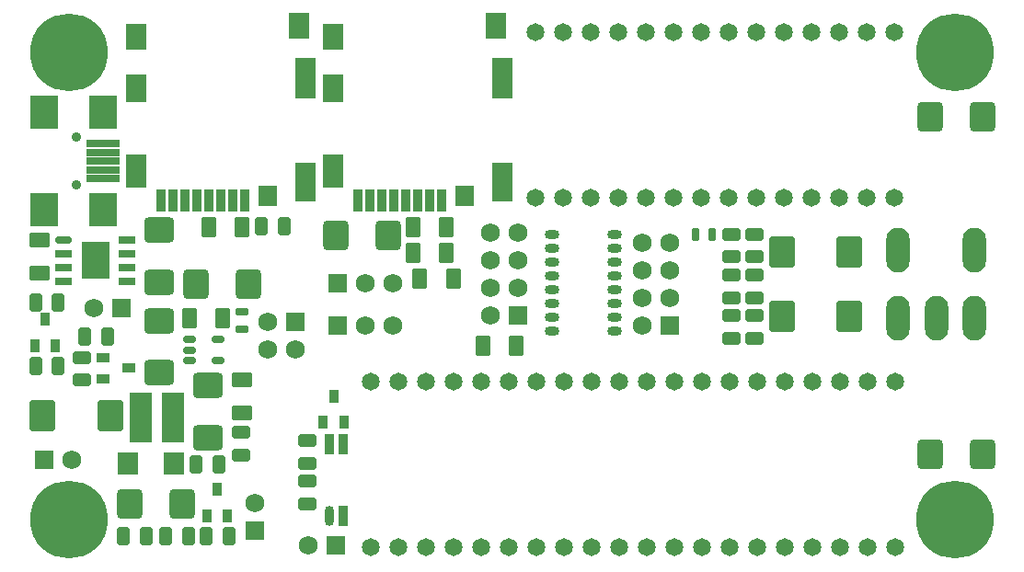
<source format=gts>
G04 Layer_Color=8388736*
%FSLAX44Y44*%
%MOMM*%
G71*
G01*
G75*
%ADD64C,0.9000*%
G04:AMPARAMS|DCode=94|XSize=1.15mm|YSize=1.65mm|CornerRadius=0.2mm|HoleSize=0mm|Usage=FLASHONLY|Rotation=180.000|XOffset=0mm|YOffset=0mm|HoleType=Round|Shape=RoundedRectangle|*
%AMROUNDEDRECTD94*
21,1,1.1500,1.2500,0,0,180.0*
21,1,0.7500,1.6500,0,0,180.0*
1,1,0.4000,-0.3750,0.6250*
1,1,0.4000,0.3750,0.6250*
1,1,0.4000,0.3750,-0.6250*
1,1,0.4000,-0.3750,-0.6250*
%
%ADD94ROUNDEDRECTD94*%
%ADD95R,0.8500X1.1500*%
G04:AMPARAMS|DCode=96|XSize=2.35mm|YSize=2.75mm|CornerRadius=0.405mm|HoleSize=0mm|Usage=FLASHONLY|Rotation=270.000|XOffset=0mm|YOffset=0mm|HoleType=Round|Shape=RoundedRectangle|*
%AMROUNDEDRECTD96*
21,1,2.3500,1.9400,0,0,270.0*
21,1,1.5400,2.7500,0,0,270.0*
1,1,0.8100,-0.9700,-0.7700*
1,1,0.8100,-0.9700,0.7700*
1,1,0.8100,0.9700,0.7700*
1,1,0.8100,0.9700,-0.7700*
%
%ADD96ROUNDEDRECTD96*%
G04:AMPARAMS|DCode=97|XSize=1.35mm|YSize=1.85mm|CornerRadius=0.195mm|HoleSize=0mm|Usage=FLASHONLY|Rotation=180.000|XOffset=0mm|YOffset=0mm|HoleType=Round|Shape=RoundedRectangle|*
%AMROUNDEDRECTD97*
21,1,1.3500,1.4600,0,0,180.0*
21,1,0.9600,1.8500,0,0,180.0*
1,1,0.3900,-0.4800,0.7300*
1,1,0.3900,0.4800,0.7300*
1,1,0.3900,0.4800,-0.7300*
1,1,0.3900,-0.4800,-0.7300*
%
%ADD97ROUNDEDRECTD97*%
%ADD98O,1.2500X0.7500*%
%ADD99R,1.5500X0.7500*%
%ADD100O,1.5500X0.7500*%
%ADD101R,2.5600X3.4500*%
G04:AMPARAMS|DCode=102|XSize=1.35mm|YSize=1.85mm|CornerRadius=0.195mm|HoleSize=0mm|Usage=FLASHONLY|Rotation=90.000|XOffset=0mm|YOffset=0mm|HoleType=Round|Shape=RoundedRectangle|*
%AMROUNDEDRECTD102*
21,1,1.3500,1.4600,0,0,90.0*
21,1,0.9600,1.8500,0,0,90.0*
1,1,0.3900,0.7300,0.4800*
1,1,0.3900,0.7300,-0.4800*
1,1,0.3900,-0.7300,-0.4800*
1,1,0.3900,-0.7300,0.4800*
%
%ADD102ROUNDEDRECTD102*%
%ADD103R,1.1500X0.8500*%
%ADD104R,1.9500X2.1500*%
%ADD105R,2.1500X4.6500*%
G04:AMPARAMS|DCode=106|XSize=1.15mm|YSize=1.65mm|CornerRadius=0.2mm|HoleSize=0mm|Usage=FLASHONLY|Rotation=270.000|XOffset=0mm|YOffset=0mm|HoleType=Round|Shape=RoundedRectangle|*
%AMROUNDEDRECTD106*
21,1,1.1500,1.2500,0,0,270.0*
21,1,0.7500,1.6500,0,0,270.0*
1,1,0.4000,-0.6250,-0.3750*
1,1,0.4000,-0.6250,0.3750*
1,1,0.4000,0.6250,0.3750*
1,1,0.4000,0.6250,-0.3750*
%
%ADD106ROUNDEDRECTD106*%
G04:AMPARAMS|DCode=107|XSize=2.45mm|YSize=2.95mm|CornerRadius=0.42mm|HoleSize=0mm|Usage=FLASHONLY|Rotation=180.000|XOffset=0mm|YOffset=0mm|HoleType=Round|Shape=RoundedRectangle|*
%AMROUNDEDRECTD107*
21,1,2.4500,2.1100,0,0,180.0*
21,1,1.6100,2.9500,0,0,180.0*
1,1,0.8400,-0.8050,1.0550*
1,1,0.8400,0.8050,1.0550*
1,1,0.8400,0.8050,-1.0550*
1,1,0.8400,-0.8050,-1.0550*
%
%ADD107ROUNDEDRECTD107*%
G04:AMPARAMS|DCode=108|XSize=0.75mm|YSize=1.15mm|CornerRadius=0.18mm|HoleSize=0mm|Usage=FLASHONLY|Rotation=90.000|XOffset=0mm|YOffset=0mm|HoleType=Round|Shape=RoundedRectangle|*
%AMROUNDEDRECTD108*
21,1,0.7500,0.7900,0,0,90.0*
21,1,0.3900,1.1500,0,0,90.0*
1,1,0.3600,0.3950,0.1950*
1,1,0.3600,0.3950,-0.1950*
1,1,0.3600,-0.3950,-0.1950*
1,1,0.3600,-0.3950,0.1950*
%
%ADD108ROUNDEDRECTD108*%
G04:AMPARAMS|DCode=109|XSize=2.35mm|YSize=2.75mm|CornerRadius=0.405mm|HoleSize=0mm|Usage=FLASHONLY|Rotation=180.000|XOffset=0mm|YOffset=0mm|HoleType=Round|Shape=RoundedRectangle|*
%AMROUNDEDRECTD109*
21,1,2.3500,1.9400,0,0,180.0*
21,1,1.5400,2.7500,0,0,180.0*
1,1,0.8100,-0.7700,0.9700*
1,1,0.8100,0.7700,0.9700*
1,1,0.8100,0.7700,-0.9700*
1,1,0.8100,-0.7700,-0.9700*
%
%ADD109ROUNDEDRECTD109*%
%ADD110O,0.8500X1.8500*%
%ADD111R,0.8500X1.8500*%
%ADD112O,1.3500X0.8500*%
%ADD113R,1.8500X2.3500*%
%ADD114R,1.8500X3.7500*%
%ADD115R,1.8500X2.6500*%
%ADD116R,1.8500X3.1500*%
%ADD117R,1.8500X3.5500*%
%ADD118R,1.7500X1.9500*%
%ADD119R,0.9500X2.1500*%
%ADD120R,3.1500X0.6500*%
%ADD121R,2.6500X3.1500*%
G04:AMPARAMS|DCode=122|XSize=0.75mm|YSize=1.15mm|CornerRadius=0.18mm|HoleSize=0mm|Usage=FLASHONLY|Rotation=0.000|XOffset=0mm|YOffset=0mm|HoleType=Round|Shape=RoundedRectangle|*
%AMROUNDEDRECTD122*
21,1,0.7500,0.7900,0,0,0.0*
21,1,0.3900,1.1500,0,0,0.0*
1,1,0.3600,0.1950,-0.3950*
1,1,0.3600,-0.1950,-0.3950*
1,1,0.3600,-0.1950,0.3950*
1,1,0.3600,0.1950,0.3950*
%
%ADD122ROUNDEDRECTD122*%
%ADD123R,1.7500X1.7500*%
%ADD124C,1.7500*%
%ADD125R,1.7500X1.7500*%
%ADD126O,2.1500X4.1500*%
%ADD127C,1.6500*%
%ADD128C,7.1500*%
D64*
X47000Y392000D02*
D03*
Y348000D02*
D03*
D94*
X178500Y90500D02*
D03*
X157500D02*
D03*
X150000Y24750D02*
D03*
X129000D02*
D03*
X111000D02*
D03*
X90000D02*
D03*
X9500Y239750D02*
D03*
X30500D02*
D03*
X9500Y181000D02*
D03*
X30500D02*
D03*
X55000Y208250D02*
D03*
X76000D02*
D03*
X187500Y24750D02*
D03*
X166500D02*
D03*
X238250Y310000D02*
D03*
X217250D02*
D03*
D95*
X8750Y200250D02*
D03*
X27750D02*
D03*
X18250Y224250D02*
D03*
X167000Y43750D02*
D03*
X186000D02*
D03*
X176500Y67750D02*
D03*
X274300Y129500D02*
D03*
X293300D02*
D03*
X283800Y153500D02*
D03*
D96*
X123000Y223250D02*
D03*
Y175250D02*
D03*
X168500Y163500D02*
D03*
Y115500D02*
D03*
X123500Y306500D02*
D03*
Y258500D02*
D03*
D97*
X182000Y225750D02*
D03*
X151500D02*
D03*
X199750Y309000D02*
D03*
X169250D02*
D03*
X387750D02*
D03*
X357250D02*
D03*
X393750Y261750D02*
D03*
X363250D02*
D03*
X387750Y285250D02*
D03*
X357250D02*
D03*
X421550Y199750D02*
D03*
X452050D02*
D03*
D98*
X177000Y186500D02*
D03*
Y205500D02*
D03*
X151000Y186500D02*
D03*
Y196000D02*
D03*
Y205500D02*
D03*
D99*
X94000Y297500D02*
D03*
Y284800D02*
D03*
Y272100D02*
D03*
Y259400D02*
D03*
X35000D02*
D03*
Y272100D02*
D03*
Y284800D02*
D03*
D100*
Y297500D02*
D03*
D101*
X64500Y278450D02*
D03*
D102*
X199500Y138000D02*
D03*
Y168500D02*
D03*
X13000Y297500D02*
D03*
Y267000D02*
D03*
D103*
X71500Y188750D02*
D03*
Y169750D02*
D03*
X95500Y179250D02*
D03*
D104*
X94500Y91250D02*
D03*
X136500D02*
D03*
D105*
X136000Y134250D02*
D03*
X106000D02*
D03*
D106*
X52500Y189250D02*
D03*
Y168250D02*
D03*
X198500Y99500D02*
D03*
Y120500D02*
D03*
X259750Y54500D02*
D03*
Y75500D02*
D03*
Y113000D02*
D03*
Y92000D02*
D03*
X671000Y265250D02*
D03*
Y244250D02*
D03*
X649500D02*
D03*
Y265250D02*
D03*
X671000Y206750D02*
D03*
Y227750D02*
D03*
X649500Y227750D02*
D03*
Y206750D02*
D03*
Y281750D02*
D03*
Y302750D02*
D03*
X671000D02*
D03*
Y281750D02*
D03*
D107*
X78000Y135250D02*
D03*
X16000D02*
D03*
X758500Y286250D02*
D03*
X696500D02*
D03*
X758500Y226750D02*
D03*
X696500D02*
D03*
D108*
X199500Y215250D02*
D03*
Y231250D02*
D03*
D109*
X205000Y256750D02*
D03*
X157000D02*
D03*
X880750Y100000D02*
D03*
X832750D02*
D03*
X880750Y410750D02*
D03*
X832750D02*
D03*
X96000Y54750D02*
D03*
X144000D02*
D03*
X333750Y301500D02*
D03*
X285750D02*
D03*
D110*
X279950Y43500D02*
D03*
D111*
X292650D02*
D03*
Y109500D02*
D03*
X279950D02*
D03*
D112*
X484500Y302250D02*
D03*
Y289550D02*
D03*
Y276850D02*
D03*
Y264150D02*
D03*
Y251450D02*
D03*
Y238750D02*
D03*
Y226050D02*
D03*
Y213350D02*
D03*
X542750Y302250D02*
D03*
Y289550D02*
D03*
Y276850D02*
D03*
Y264150D02*
D03*
Y251450D02*
D03*
Y238750D02*
D03*
Y226050D02*
D03*
Y213350D02*
D03*
D113*
X251750Y494500D02*
D03*
X102250Y484500D02*
D03*
X432750Y494500D02*
D03*
X283250Y484500D02*
D03*
D114*
X258250Y446500D02*
D03*
X439250D02*
D03*
D115*
X102250Y437000D02*
D03*
X283250D02*
D03*
D116*
X102250Y361000D02*
D03*
X283250D02*
D03*
D117*
X258250Y351000D02*
D03*
X439250D02*
D03*
D118*
X223150Y338000D02*
D03*
X404150D02*
D03*
D119*
X202250Y334000D02*
D03*
X191250D02*
D03*
X180250D02*
D03*
X169250D02*
D03*
X158250D02*
D03*
X147250D02*
D03*
X136250D02*
D03*
X125250D02*
D03*
X383250D02*
D03*
X372250D02*
D03*
X361250D02*
D03*
X350250D02*
D03*
X339250D02*
D03*
X328250D02*
D03*
X317250D02*
D03*
X306250D02*
D03*
D120*
X72000Y386000D02*
D03*
Y378000D02*
D03*
Y370000D02*
D03*
Y362000D02*
D03*
Y354000D02*
D03*
D121*
Y415000D02*
D03*
X17000D02*
D03*
Y325000D02*
D03*
X72000D02*
D03*
D122*
X632500Y302750D02*
D03*
X616500D02*
D03*
D123*
X17350Y95000D02*
D03*
X88200Y234750D02*
D03*
X287600Y257750D02*
D03*
Y219000D02*
D03*
X286000Y16000D02*
D03*
X248950Y221950D02*
D03*
D124*
X42750Y95000D02*
D03*
X62800Y234750D02*
D03*
X313000Y257750D02*
D03*
X338400D02*
D03*
X313000Y219000D02*
D03*
X338400D02*
D03*
X260600Y16000D02*
D03*
X223550Y221950D02*
D03*
Y196550D02*
D03*
X248950D02*
D03*
X211500Y55400D02*
D03*
X568100Y294750D02*
D03*
X593500D02*
D03*
Y269350D02*
D03*
X568100D02*
D03*
X593500Y243950D02*
D03*
X568100D02*
D03*
Y218550D02*
D03*
X428350Y228050D02*
D03*
Y253450D02*
D03*
X453750D02*
D03*
X428350Y278850D02*
D03*
X453750D02*
D03*
Y304250D02*
D03*
X428350D02*
D03*
D125*
X211500Y30000D02*
D03*
X593500Y218550D02*
D03*
X453750Y228050D02*
D03*
D126*
X873500Y287750D02*
D03*
X803500D02*
D03*
Y225250D02*
D03*
X838250D02*
D03*
X873500D02*
D03*
D127*
X799750Y489050D02*
D03*
X774350D02*
D03*
X748950D02*
D03*
X723550D02*
D03*
X698150D02*
D03*
X672750D02*
D03*
X647350D02*
D03*
X621950D02*
D03*
X596550D02*
D03*
X571150D02*
D03*
X545750D02*
D03*
X520350D02*
D03*
X494950D02*
D03*
X469550D02*
D03*
Y336650D02*
D03*
X494950D02*
D03*
X520350D02*
D03*
X545750D02*
D03*
X571150D02*
D03*
X596550D02*
D03*
X621950D02*
D03*
X647350D02*
D03*
X672750D02*
D03*
X698150D02*
D03*
X723550D02*
D03*
X748950D02*
D03*
X774350D02*
D03*
X799750D02*
D03*
X800650Y14750D02*
D03*
X775250D02*
D03*
X749850D02*
D03*
X724450D02*
D03*
X699050D02*
D03*
X673650D02*
D03*
X648250D02*
D03*
X622850D02*
D03*
X597450D02*
D03*
X572050D02*
D03*
X546650D02*
D03*
X521250D02*
D03*
X495850D02*
D03*
X470450D02*
D03*
X445050D02*
D03*
X419650D02*
D03*
X394250D02*
D03*
X368850D02*
D03*
X343450D02*
D03*
X318050D02*
D03*
Y167150D02*
D03*
X343450D02*
D03*
X368850D02*
D03*
X394250D02*
D03*
X419650D02*
D03*
X445050D02*
D03*
X470450D02*
D03*
X495850D02*
D03*
X521250D02*
D03*
X546650D02*
D03*
X572050D02*
D03*
X597450D02*
D03*
X622850D02*
D03*
X648250D02*
D03*
X673650D02*
D03*
X699050D02*
D03*
X724450D02*
D03*
X749850D02*
D03*
X775250D02*
D03*
X800650D02*
D03*
D128*
X855250Y40000D02*
D03*
Y470000D02*
D03*
X40000D02*
D03*
Y40000D02*
D03*
M02*

</source>
